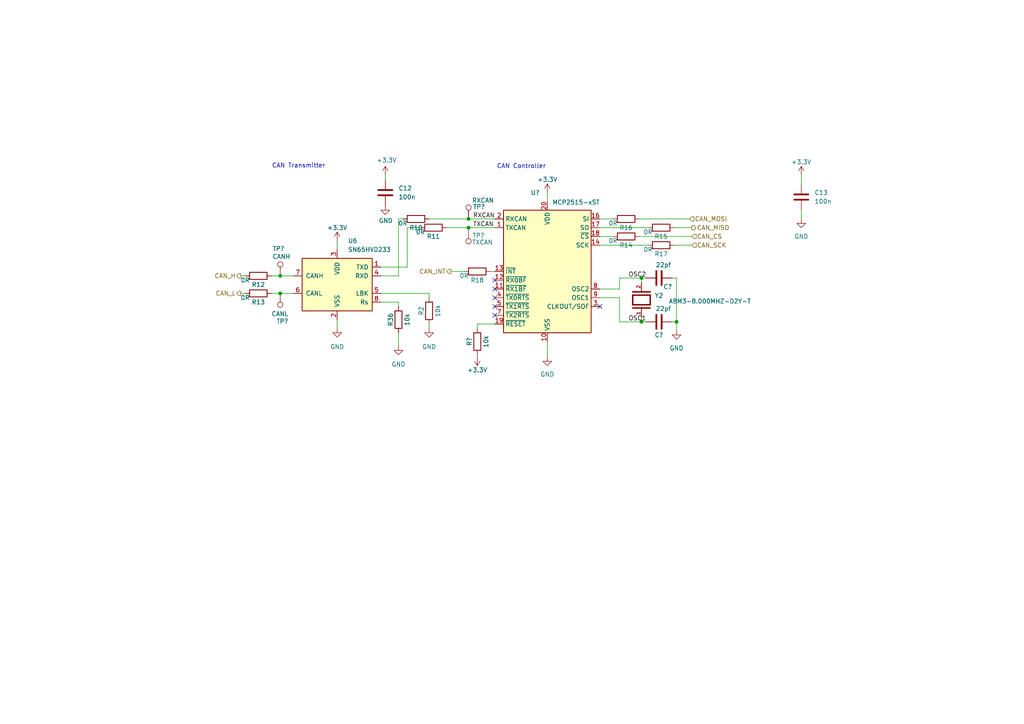
<source format=kicad_sch>
(kicad_sch (version 20250114) (generator "eeschema") (generator_version "9.0")
  (paper "A4")
  (title_block (title "Faceplate") (date "2024-02-04") (rev "V1.0") (company "The Bots"))
  (lib_symbols
    (symbol "Connector:TestPoint" (pin_numbers (hide yes)) (pin_names (offset 0.762) (hide yes))
      (property "Reference" "TP" (at 0 6.858 0))
      (property "Value" "TestPoint" (at 0 5.08 0))
      (symbol "TestPoint_0_1"
        (circle (center 0 3.302) (radius 0.762))
      )
      (symbol "TestPoint_1_1"
        (pin passive line (at 0 0 90) (length 2.54) (name "1") (number "1"))
      )
    )
    (symbol "bots:ABM3-8.000MHZ-D2Y-T" (pin_names (offset 1.016))
      (property "Reference" "Y" (at -5.0878 3.8159 0))
      (property "Value" "ABM3-8.000MHZ-D2Y-T" (at -5.0944 -5.0944 0))
      (symbol "ABM3-8.000MHZ-D2Y-T_0_0"
        (polyline (pts (xy -2.3368 2.54) (xy -2.3368 -2.54)) (stroke (width 0.4064)))
        (polyline (pts (xy -1.397 2.54) (xy -1.397 -2.54)) (stroke (width 0.4064)))
        (polyline (pts (xy -1.397 2.54) (xy 1.397 2.54)) (stroke (width 0.4064)))
        (polyline (pts (xy 1.397 2.54) (xy 1.397 -2.54)) (stroke (width 0.4064)))
        (polyline (pts (xy 1.397 -2.54) (xy -1.397 -2.54)) (stroke (width 0.4064)))
        (polyline (pts (xy 2.3368 2.54) (xy 2.3368 -2.54)) (stroke (width 0.4064)))
        (pin passive line (at -5.08 0 0) (length 2.54) (name "~") (number "1"))
        (pin passive line (at 5.08 0 180) (length 2.54) (name "~") (number "2"))
      )
    )
    (symbol "bots:C_0.1u" (pin_numbers (hide yes)) (pin_names (offset 0.254))
      (property "Reference" "C" (at 0.635 2.54 0))
      (property "Value" "0.1u" (at 0.635 -2.54 0))
      (symbol "C_0.1u_0_1"
        (polyline (pts (xy -2.032 0.762) (xy 2.032 0.762)) (stroke (width 0.508)))
        (polyline (pts (xy -2.032 -0.762) (xy 2.032 -0.762)) (stroke (width 0.508)))
      )
      (symbol "C_0.1u_1_1"
        (pin passive line (at 0 3.81 270) (length 2.794) (name "~") (number "1"))
        (pin passive line (at 0 -3.81 90) (length 2.794) (name "~") (number "2"))
      )
    )
    (symbol "bots:C_22p" (pin_numbers (hide yes)) (pin_names (offset 0.254))
      (property "Reference" "C" (at 0.635 2.54 0))
      (property "Value" "C_22p" (at 0.635 -2.54 0))
      (symbol "C_22p_0_1"
        (polyline (pts (xy -2.032 0.762) (xy 2.032 0.762)) (stroke (width 0.508)))
        (polyline (pts (xy -2.032 -0.762) (xy 2.032 -0.762)) (stroke (width 0.508)))
      )
      (symbol "C_22p_1_1"
        (pin passive line (at 0 3.81 270) (length 2.794) (name "~") (number "1"))
        (pin passive line (at 0 -3.81 90) (length 2.794) (name "~") (number "2"))
      )
    )
    (symbol "bots:MCP2515T-I/ST"
      (property "Reference" "U" (at -10.16 19.685 0))
      (property "Value" "MCP2515T-I/ST" (at 19.05 20.32 0))
      (symbol "MCP2515T-I/ST_0_1"
        (rectangle (start -12.7 17.78) (end 12.7 -17.78) (stroke (width 0.254)) (fill (type background)))
      )
      (symbol "MCP2515T-I/ST_1_1"
        (pin input line (at -15.24 15.24 0) (length 2.54) (name "SI") (number "16"))
        (pin output line (at -15.24 12.7 0) (length 2.54) (name "SO") (number "17"))
        (pin input line (at -15.24 10.16 0) (length 2.54) (name "~{CS}") (number "18"))
        (pin input line (at -15.24 7.62 0) (length 2.54) (name "SCK") (number "14"))
        (pin output line (at -15.24 -5.08 0) (length 2.54) (name "OSC2") (number "8"))
        (pin input line (at -15.24 -7.62 0) (length 2.54) (name "OSC1") (number "9"))
        (pin output line (at -15.24 -10.16 0) (length 2.54) (name "CLKOUT/SOF") (number "3"))
        (pin no_connect line (at -12.7 0 0) (length 2.54) (hide yes) (name "NC") (number "6"))
        (pin no_connect line (at -12.7 -2.54 0) (length 2.54) (hide yes) (name "NC") (number "15"))
        (pin power_in line (at 0 20.32 270) (length 2.54) (name "VDD") (number "20"))
        (pin power_in line (at 0 -20.32 90) (length 2.54) (name "VSS") (number "10"))
        (pin input line (at 15.24 15.24 180) (length 2.54) (name "RXCAN") (number "2"))
        (pin output line (at 15.24 12.7 180) (length 2.54) (name "TXCAN") (number "1"))
        (pin output line (at 15.24 0 180) (length 2.54) (name "~{INT}") (number "13"))
        (pin output line (at 15.24 -2.54 180) (length 2.54) (name "~{RX0BF}") (number "12"))
        (pin output line (at 15.24 -5.08 180) (length 2.54) (name "~{RX1BF}") (number "11"))
        (pin input line (at 15.24 -7.62 180) (length 2.54) (name "~{TX0RTS}") (number "4"))
        (pin input line (at 15.24 -10.16 180) (length 2.54) (name "~{TX1RTS}") (number "5"))
        (pin input line (at 15.24 -12.7 180) (length 2.54) (name "~{TX2RTS}") (number "7"))
        (pin input line (at 15.24 -15.24 180) (length 2.54) (name "~{RESET}") (number "19"))
      )
    )
    (symbol "bots:R_0R" (pin_numbers (hide yes)) (pin_names (offset 0))
      (property "Reference" "R" (at 2.032 0 90))
      (property "Value" "0R" (at 0 0 90))
      (symbol "R_0R_0_1"
        (rectangle (start -1.016 -2.54) (end 1.016 2.54) (stroke (width 0.254)))
      )
      (symbol "R_0R_1_1"
        (pin passive line (at 0 3.81 270) (length 1.27) (name "~") (number "1"))
        (pin passive line (at 0 -3.81 90) (length 1.27) (name "~") (number "2"))
      )
    )
    (symbol "bots:R_10k" (pin_numbers (hide yes)) (pin_names (offset 0))
      (property "Reference" "R" (at 2.032 0 90))
      (property "Value" "R_10k" (at 0 0 90))
      (symbol "R_10k_0_1"
        (rectangle (start -1.016 -2.54) (end 1.016 2.54) (stroke (width 0.254)))
      )
      (symbol "R_10k_1_1"
        (pin passive line (at 0 3.81 270) (length 1.27) (name "~") (number "1"))
        (pin passive line (at 0 -3.81 90) (length 1.27) (name "~") (number "2"))
      )
    )
    (symbol "bots:SN65HVD233" (pin_names (offset 1.016))
      (property "Reference" "U" (at -10.16 8.89 0))
      (property "Value" "SN65HVD233" (at 2.54 8.89 0))
      (symbol "SN65HVD233_0_1"
        (rectangle (start -10.16 7.62) (end 10.16 -7.62) (stroke (width 0.254)) (fill (type background)))
      )
      (symbol "SN65HVD233_1_1"
        (pin input line (at -12.7 5.08 0) (length 2.54) (name "TXD") (number "1"))
        (pin output line (at -12.7 2.54 0) (length 2.54) (name "RXD") (number "4"))
        (pin power_out line (at -12.7 -2.54 0) (length 2.54) (name "LBK") (number "5"))
        (pin input line (at -12.7 -5.08 0) (length 2.54) (name "Rs") (number "8"))
        (pin power_in line (at 0 10.16 270) (length 2.54) (name "VDD") (number "3"))
        (pin power_in line (at 0 -10.16 90) (length 2.54) (name "VSS") (number "2"))
        (pin bidirectional line (at 12.7 2.54 180) (length 2.54) (name "CANH") (number "7"))
        (pin bidirectional line (at 12.7 -2.54 180) (length 2.54) (name "CANL") (number "6"))
      )
    )
    (symbol "power:+3.3V" (power) (pin_names (offset 0))
      (property "Value" "+3.3V" (at 0 3.556 0))
      (symbol "+3.3V_0_1"
        (polyline (pts (xy -0.762 1.27) (xy 0 2.54)))
        (polyline (pts (xy 0 2.54) (xy 0.762 1.27)))
        (polyline (pts (xy 0 0) (xy 0 2.54)))
      )
      (symbol "+3.3V_1_1"
        (pin power_in line (at 0 0 90) (length 0) (hide yes) (name "+3.3V") (number "1"))
      )
    )
    (symbol "power:GND" (power) (pin_names (offset 0))
      (property "Value" "GND" (at 0 -3.81 0))
      (symbol "GND_0_1"
        (polyline (pts (xy 0 0) (xy 0 -1.27) (xy 1.27 -1.27) (xy 0 -2.54) (xy -1.27 -1.27) (xy 0 -1.27)))
      )
      (symbol "GND_1_1"
        (pin power_in line (at 0 0 270) (length 0) (hide yes) (name "GND") (number "1"))
      )
    )
  )
  (text "CAN Transmitter\n" (at 78.8416 48.9204 0) (effects (font (size 1.27 1.27)) (justify left bottom)))
  (text "CAN Controller\n" (at 144.0688 49.0728 0) (effects (font (size 1.27 1.27)) (justify left bottom)))
  (junction (at 186.055 80.645))
  (junction (at 81.28 80.01))
  (junction (at 135.89 63.5))
  (junction (at 186.055 93.345))
  (junction (at 81.28 85.09))
  (junction (at 135.89 66.04))
  (junction (at 196.215 93.345))
  (no_connect (at 143.51 83.82))
  (no_connect (at 143.51 91.44))
  (no_connect (at 143.51 81.28))
  (no_connect (at 143.51 86.36))
  (no_connect (at 173.99 88.9))
  (no_connect (at 143.51 88.9))
  (wire (pts (xy 179.705 83.82) (xy 173.99 83.82)))
  (wire (pts (xy 138.43 93.98) (xy 138.43 95.25)))
  (wire (pts (xy 232.41 50.8) (xy 232.41 53.34)))
  (wire (pts (xy 158.75 99.06) (xy 158.75 103.505)))
  (wire (pts (xy 81.28 85.09) (xy 85.09 85.09)))
  (wire (pts (xy 81.28 80.01) (xy 85.09 80.01)))
  (wire (pts (xy 135.89 66.04) (xy 143.51 66.04)))
  (wire (pts (xy 195.58 66.04) (xy 200.66 66.04)))
  (wire (pts (xy 97.79 92.71) (xy 97.79 95.25)))
  (wire (pts (xy 129.54 66.04) (xy 135.89 66.04)))
  (wire (pts (xy 173.99 71.12) (xy 187.96 71.12)))
  (wire (pts (xy 143.51 93.98) (xy 138.43 93.98)))
  (wire (pts (xy 110.49 87.63) (xy 115.57 87.63)))
  (wire (pts (xy 138.43 103.505) (xy 138.43 102.87)))
  (wire (pts (xy 179.705 80.645) (xy 186.055 80.645)))
  (wire (pts (xy 173.99 86.36) (xy 179.705 86.36)))
  (wire (pts (xy 186.055 92.075) (xy 186.055 93.345)))
  (wire (pts (xy 196.215 95.885) (xy 196.215 93.345)))
  (wire (pts (xy 173.99 68.58) (xy 177.8 68.58)))
  (wire (pts (xy 124.46 63.5) (xy 135.89 63.5)))
  (wire (pts (xy 196.215 80.645) (xy 196.215 93.345)))
  (wire (pts (xy 186.055 80.645) (xy 187.325 80.645)))
  (wire (pts (xy 195.58 71.12) (xy 200.66 71.12)))
  (wire (pts (xy 110.49 77.47) (xy 118.11 77.47)))
  (wire (pts (xy 142.24 78.74) (xy 143.51 78.74)))
  (wire (pts (xy 110.49 80.01) (xy 115.57 80.01)))
  (wire (pts (xy 158.75 55.88) (xy 158.75 58.42)))
  (wire (pts (xy 179.705 86.36) (xy 179.705 93.345)))
  (wire (pts (xy 78.74 85.09) (xy 81.28 85.09)))
  (wire (pts (xy 130.81 78.74) (xy 134.62 78.74)))
  (wire (pts (xy 71.12 85.09) (xy 69.85 85.09)))
  (wire (pts (xy 185.42 68.58) (xy 200.66 68.58)))
  (wire (pts (xy 78.74 80.01) (xy 81.28 80.01)))
  (wire (pts (xy 135.89 63.5) (xy 143.51 63.5)))
  (wire (pts (xy 185.42 63.5) (xy 200.025 63.5)))
  (wire (pts (xy 173.99 66.04) (xy 187.96 66.04)))
  (wire (pts (xy 97.79 69.85) (xy 97.79 72.39)))
  (wire (pts (xy 232.41 60.96) (xy 232.41 63.5)))
  (wire (pts (xy 110.49 85.09) (xy 124.46 85.09)))
  (wire (pts (xy 135.89 66.675) (xy 135.89 66.04)))
  (wire (pts (xy 71.12 80.01) (xy 69.85 80.01)))
  (wire (pts (xy 111.76 50.8) (xy 111.76 52.07)))
  (wire (pts (xy 118.11 66.04) (xy 121.92 66.04)))
  (wire (pts (xy 124.46 93.98) (xy 124.46 95.25)))
  (wire (pts (xy 115.57 63.5) (xy 116.84 63.5)))
  (wire (pts (xy 186.055 93.345) (xy 187.325 93.345)))
  (wire (pts (xy 115.57 96.52) (xy 115.57 100.33)))
  (wire (pts (xy 118.11 77.47) (xy 118.11 66.04)))
  (wire (pts (xy 186.055 81.915) (xy 186.055 80.645)))
  (wire (pts (xy 115.57 88.9) (xy 115.57 87.63)))
  (wire (pts (xy 173.99 63.5) (xy 177.8 63.5)))
  (wire (pts (xy 179.705 80.645) (xy 179.705 83.82)))
  (wire (pts (xy 124.46 85.09) (xy 124.46 86.36)))
  (wire (pts (xy 115.57 63.5) (xy 115.57 80.01)))
  (wire (pts (xy 194.945 80.645) (xy 196.215 80.645)))
  (wire (pts (xy 194.945 93.345) (xy 196.215 93.345)))
  (wire (pts (xy 179.705 93.345) (xy 186.055 93.345)))
  (label "RXCAN" (at 137.16 63.5 0))
  (label "TXCAN" (at 137.16 66.04 0))
  (label "OSC1" (at 182.245 93.345 0))
  (label "OSC2" (at 182.245 80.645 0))
  (hierarchical_label "CAN_MOSI" (shape input) (at 200.025 63.5 0))
  (hierarchical_label "CAN_SCK" (shape input) (at 200.66 71.12 0))
  (hierarchical_label "CAN_L" (shape output) (at 69.85 85.09 180))
  (hierarchical_label "CAN_INT" (shape output) (at 130.81 78.74 180))
  (hierarchical_label "CAN_H" (shape output) (at 69.85 80.01 180))
  (hierarchical_label "CAN_CS" (shape input) (at 200.66 68.58 0))
  (hierarchical_label "CAN_MISO" (shape output) (at 200.66 66.04 0))
  (symbol (lib_id "power:+3.3V") (at 158.75 55.88 0) (mirror y) (unit 1)
    (property "Reference" "#PWR030" (effects (hide yes)))
    (property "Value" "+3.3V" (at 158.75 52.07 0))
    (instances (project "POWER_BOARD" (path "" (reference "#PWR?") (unit 1)) (path "" (reference "#PWR?") (unit 1)) (path "" (reference "#PWR?") (unit 1))) (project "FacePlate" (path "" (reference "#PWR030") (unit 1))))
  )
  (symbol (lib_id "bots:R_0R") (at 191.77 71.12 90) (unit 1)
    (property "Reference" "R17" (at 191.77 73.66 90))
    (property "Value" "0R" (at 187.96 72.39 90))
    (property "Footprint" "bots:R_0603_1608Metric" (effects (hide yes)))
    (property "Description" "Resistor" (effects (hide yes)))
    (property "LCSC" "C21189" (effects (hide yes)))
    (property "MPN" "0603WAF0000T5E" (effects (hide yes)))
    (property "Manufacturer" "UNI-ROYAL(Uniroyal Elec)" (effects (hide yes)))
    (property "Price" "0.001" (effects (hide yes)))
    (property "JLC" "0603" (effects (hide yes)))
    (property "JLC Extended" "no" (effects (hide yes)))
  )
  (symbol (lib_id "bots:C_22p") (at 191.135 93.345 90) (unit 1)
    (property "Reference" "C19" (at 191.135 97.155 90))
    (property "Value" "22pf" (at 192.405 89.535 90))
    (property "Footprint" "Capacitor_SMD:C_0603_1608Metric" (effects (hide yes)))
    (property "MPN" "CL10C220JB8NNNC" (effects (hide yes)))
    (property "Manufacturer" "Samsung Electro-Mechanics" (effects (hide yes)))
    (property "Price" "0.0052" (effects (hide yes)))
    (property "JLC" "0603" (effects (hide yes)))
    (property "LCSC" "C1653" (effects (hide yes)))
    (property "JLC Extended" "no" (effects (hide yes)))
    (instances (project "POWER_BOARD" (path "" (reference "C?") (unit 1)) (path "" (reference "C31") (unit 1)) (path "" (reference "C38") (unit 1))) (project "FacePlate" (path "" (reference "C19") (unit 1))))
  )
  (symbol (lib_id "power:+3.3V") (at 232.41 50.8 0) (mirror y) (unit 1)
    (property "Reference" "#PWR029" (effects (hide yes)))
    (property "Value" "+3.3V" (at 232.41 46.99 0))
    (instances (project "POWER_BOARD" (path "" (reference "#PWR?") (unit 1)) (path "" (reference "#PWR?") (unit 1)) (path "" (reference "#PWR?") (unit 1))) (project "FacePlate" (path "" (reference "#PWR029") (unit 1))))
  )
  (symbol (lib_id "bots:R_0R") (at 181.61 63.5 90) (unit 1)
    (property "Reference" "R16" (at 181.61 66.04 90))
    (property "Value" "0R" (at 177.8 64.77 90))
    (property "Footprint" "bots:R_0603_1608Metric" (effects (hide yes)))
    (property "Description" "Resistor" (effects (hide yes)))
    (property "LCSC" "C21189" (effects (hide yes)))
    (property "MPN" "0603WAF0000T5E" (effects (hide yes)))
    (property "Manufacturer" "UNI-ROYAL(Uniroyal Elec)" (effects (hide yes)))
    (property "Price" "0.001" (effects (hide yes)))
    (property "JLC" "0603" (effects (hide yes)))
    (property "JLC Extended" "no" (effects (hide yes)))
  )
  (symbol (lib_id "bots:R_0R") (at 74.93 85.09 90) (unit 1)
    (property "Reference" "R13" (at 74.93 87.63 90))
    (property "Value" "0R" (at 71.12 86.36 90))
    (property "Footprint" "bots:R_0603_1608Metric" (effects (hide yes)))
    (property "Description" "Resistor" (effects (hide yes)))
    (property "LCSC" "C21189" (effects (hide yes)))
    (property "MPN" "0603WAF0000T5E" (effects (hide yes)))
    (property "Manufacturer" "UNI-ROYAL(Uniroyal Elec)" (effects (hide yes)))
    (property "Price" "0.001" (effects (hide yes)))
    (property "JLC" "0603" (effects (hide yes)))
    (property "JLC Extended" "no" (effects (hide yes)))
  )
  (symbol (lib_id "bots:R_10k") (at 138.43 99.06 0) (mirror x) (unit 1)
    (property "Reference" "R3" (at 136.144 99.06 90))
    (property "Value" "10k" (at 140.97 99.06 90))
    (property "Footprint" "bots:R_0603_1608Metric" (effects (hide yes)))
    (property "Description" "Resistor" (effects (hide yes)))
    (property "LCSC" "C25804" (effects (hide yes)))
    (property "MPN" "0603WAF1002T5E" (effects (hide yes)))
    (property "Manufacturer" "UNI-ROYAL(Uniroyal Elec)" (effects (hide yes)))
    (property "Price" "0.0008" (effects (hide yes)))
    (property "JLC" "0603" (effects (hide yes)))
    (property "JLC Extended" "no" (effects (hide yes)))
    (instances (project "POWER_BOARD" (path "" (reference "R?") (unit 1)) (path "" (reference "R?") (unit 1)) (path "" (reference "R?") (unit 1))) (project "FacePlate" (path "" (reference "R3") (unit 1))))
  )
  (symbol (lib_id "bots:SN65HVD233") (at 97.79 82.55 0) (mirror y) (unit 1)
    (property "Reference" "U6" (at 100.9081 69.85 0) (effects (justify right)))
    (property "Value" "SN65HVD233" (at 100.9081 72.39 0) (effects (justify right)))
    (property "Footprint" "bots:SOIC-8_3.9x4.9mm_P1.27mm" (effects (hide yes)))
    (property "Datasheet" "http://ww1.microchip.com/downloads/en/devicedoc/21667d.pdf" (effects (hide yes)))
    (property "Description" "High-Speed CAN Transceiver, 1Mbps, 3.3V supply, SOIC-8" (effects (hide yes)))
    (property "MPN" "SN65HVD233" (effects (hide yes)))
    (property "Manufacturer" "Microchip" (effects (hide yes)))
    (property "Price" "2.12" (effects (hide yes)))
    (property "JLC" "8-SOIC" (effects (hide yes)))
    (property "LCSC" "C61643" (effects (hide yes)))
  )
  (symbol (lib_id "bots:C_0.1u") (at 111.76 55.88 0) (unit 1)
    (property "Reference" "C12" (at 115.57 54.61 0) (effects (justify left)))
    (property "Value" "100n" (at 115.57 57.15 0) (effects (justify left)))
    (property "Footprint" "bots:C_0402_1005Metric" (effects (hide yes)))
    (property "LCSC" "C307331" (effects (hide yes)))
  )
  (symbol (lib_id "Connector:TestPoint") (at 81.28 85.09 180) (unit 1)
    (property "Reference" "TP12" (at 83.6676 93.1672 0) (effects (justify left)))
    (property "Value" "CANL" (at 83.6676 91.0336 0) (effects (justify left)))
    (property "Footprint" "TestPoint:TestPoint_Pad_D1.0mm" (effects (hide yes)))
    (instances (project "POWER_BOARD" (path "" (reference "TP?") (unit 1)) (path "" (reference "TP?") (unit 1)) (path "" (reference "TP?") (unit 1))) (project "FacePlate" (path "" (reference "TP12") (unit 1))))
  )
  (symbol (lib_id "Connector:TestPoint") (at 135.89 66.675 180) (unit 1)
    (property "Reference" "TP10" (at 140.5636 68.3006 0) (effects (justify left)))
    (property "Value" "TXCAN" (at 142.9512 70.2818 0) (effects (justify left)))
    (property "Footprint" "TestPoint:TestPoint_Pad_D1.0mm" (effects (hide yes)))
    (instances (project "POWER_BOARD" (path "" (reference "TP?") (unit 1)) (path "" (reference "TP?") (unit 1)) (path "" (reference "TP?") (unit 1))) (project "FacePlate" (path "" (reference "TP10") (unit 1))))
  )
  (symbol (lib_id "bots:C_22p") (at 191.135 80.645 90) (unit 1)
    (property "Reference" "C18" (at 193.675 83.185 90))
    (property "Value" "22pf" (at 192.405 76.835 90))
    (property "Footprint" "Capacitor_SMD:C_0603_1608Metric" (effects (hide yes)))
    (property "MPN" "CL10C220JB8NNNC" (effects (hide yes)))
    (property "Manufacturer" "Samsung Electro-Mechanics" (effects (hide yes)))
    (property "Price" "0.0052" (effects (hide yes)))
    (property "JLC" "0603" (effects (hide yes)))
    (property "LCSC" "C1653" (effects (hide yes)))
    (property "JLC Extended" "no" (effects (hide yes)))
    (instances (project "POWER_BOARD" (path "" (reference "C?") (unit 1)) (path "" (reference "C30") (unit 1)) (path "" (reference "C37") (unit 1))) (project "FacePlate" (path "" (reference "C18") (unit 1))))
  )
  (symbol (lib_id "power:+3.3V") (at 97.79 69.85 0) (mirror y) (unit 1)
    (property "Reference" "#PWR033" (effects (hide yes)))
    (property "Value" "+3.3V" (at 97.79 66.04 0))
    (instances (project "POWER_BOARD" (path "" (reference "#PWR?") (unit 1)) (path "" (reference "#PWR?") (unit 1)) (path "" (reference "#PWR?") (unit 1))) (project "FacePlate" (path "" (reference "#PWR033") (unit 1))))
  )
  (symbol (lib_id "power:GND") (at 232.41 63.5 0) (unit 1)
    (property "Reference" "#PWR032" (effects (hide yes)))
    (property "Value" "GND" (at 232.41 68.58 0))
    (instances (project "POWER_BOARD" (path "" (reference "#PWR?") (unit 1)) (path "" (reference "#PWR?") (unit 1)) (path "" (reference "#PWR?") (unit 1))) (project "FacePlate" (path "" (reference "#PWR032") (unit 1))))
  )
  (symbol (lib_id "Connector:TestPoint") (at 135.89 63.5 0) (mirror y) (unit 1)
    (property "Reference" "TP9" (at 140.716 59.9948 0) (effects (justify left)))
    (property "Value" "RXCAN" (at 143.256 58.1152 0) (effects (justify left)))
    (property "Footprint" "TestPoint:TestPoint_Pad_D1.0mm" (effects (hide yes)))
    (instances (project "POWER_BOARD" (path "" (reference "TP?") (unit 1)) (path "" (reference "TP?") (unit 1)) (path "" (reference "TP?") (unit 1))) (project "FacePlate" (path "" (reference "TP9") (unit 1))))
  )
  (symbol (lib_id "bots:R_0R") (at 125.73 66.04 90) (unit 1)
    (property "Reference" "R11" (at 125.73 68.58 90))
    (property "Value" "0R" (at 121.92 67.31 90))
    (property "Footprint" "bots:R_0603_1608Metric" (effects (hide yes)))
    (property "Description" "Resistor" (effects (hide yes)))
    (property "LCSC" "C21189" (effects (hide yes)))
    (property "MPN" "0603WAF0000T5E" (effects (hide yes)))
    (property "Manufacturer" "UNI-ROYAL(Uniroyal Elec)" (effects (hide yes)))
    (property "Price" "0.001" (effects (hide yes)))
    (property "JLC" "0603" (effects (hide yes)))
    (property "JLC Extended" "no" (effects (hide yes)))
  )
  (symbol (lib_id "power:GND") (at 111.76 59.69 0) (unit 1)
    (property "Reference" "#PWR031" (effects (hide yes)))
    (property "Value" "GND" (at 111.8743 64.0144 0))
  )
  (symbol (lib_id "power:GND") (at 196.215 95.885 0) (unit 1)
    (property "Reference" "#PWR03" (effects (hide yes)))
    (property "Value" "GND" (at 196.215 100.965 0))
    (instances (project "POWER_BOARD" (path "" (reference "#PWR?") (unit 1)) (path "" (reference "#PWR036") (unit 1)) (path "" (reference "#PWR084") (unit 1))) (project "FacePlate" (path "" (reference "#PWR03") (unit 1))))
  )
  (symbol (lib_id "power:+3.3V") (at 138.43 103.505 0) (mirror x) (unit 1)
    (property "Reference" "#PWR038" (effects (hide yes)))
    (property "Value" "+3.3V" (at 138.43 107.315 0))
    (instances (project "POWER_BOARD" (path "" (reference "#PWR?") (unit 1)) (path "" (reference "#PWR?") (unit 1)) (path "" (reference "#PWR?") (unit 1))) (project "FacePlate" (path "" (reference "#PWR038") (unit 1))))
  )
  (symbol (lib_id "bots:C_0.1u") (at 232.41 57.15 0) (unit 1)
    (property "Reference" "C13" (at 236.22 55.88 0) (effects (justify left)))
    (property "Value" "100n" (at 236.22 58.42 0) (effects (justify left)))
    (property "Footprint" "bots:C_0402_1005Metric" (effects (hide yes)))
    (property "LCSC" "C307331" (effects (hide yes)))
  )
  (symbol (lib_id "bots:R_10k") (at 115.57 92.71 0) (mirror x) (unit 1)
    (property "Reference" "R36" (at 113.284 92.71 90))
    (property "Value" "10k" (at 118.11 92.71 90))
    (property "Footprint" "bots:R_0603_1608Metric" (effects (hide yes)))
    (property "Description" "Resistor" (effects (hide yes)))
    (property "LCSC" "C25804" (effects (hide yes)))
    (property "MPN" "0603WAF1002T5E" (effects (hide yes)))
    (property "Manufacturer" "UNI-ROYAL(Uniroyal Elec)" (effects (hide yes)))
    (property "Price" "0.0008" (effects (hide yes)))
    (property "JLC" "0603" (effects (hide yes)))
    (property "JLC Extended" "no" (effects (hide yes)))
  )
  (symbol (lib_id "bots:R_0R") (at 120.65 63.5 90) (unit 1)
    (property "Reference" "R10" (at 120.65 66.04 90))
    (property "Value" "0R" (at 116.84 64.77 90))
    (property "Footprint" "bots:R_0603_1608Metric" (effects (hide yes)))
    (property "Description" "Resistor" (effects (hide yes)))
    (property "LCSC" "C21189" (effects (hide yes)))
    (property "MPN" "0603WAF0000T5E" (effects (hide yes)))
    (property "Manufacturer" "UNI-ROYAL(Uniroyal Elec)" (effects (hide yes)))
    (property "Price" "0.001" (effects (hide yes)))
    (property "JLC" "0603" (effects (hide yes)))
    (property "JLC Extended" "no" (effects (hide yes)))
  )
  (symbol (lib_id "bots:R_10k") (at 124.46 90.17 0) (mirror x) (unit 1)
    (property "Reference" "R2" (at 122.174 90.17 90))
    (property "Value" "10k" (at 127 90.17 90))
    (property "Footprint" "bots:R_0603_1608Metric" (effects (hide yes)))
    (property "Description" "Resistor" (effects (hide yes)))
    (property "LCSC" "C25804" (effects (hide yes)))
    (property "MPN" "0603WAF1002T5E" (effects (hide yes)))
    (property "Manufacturer" "UNI-ROYAL(Uniroyal Elec)" (effects (hide yes)))
    (property "Price" "0.0008" (effects (hide yes)))
    (property "JLC" "0603" (effects (hide yes)))
    (property "JLC Extended" "no" (effects (hide yes)))
  )
  (symbol (lib_id "Connector:TestPoint") (at 81.28 80.01 0) (unit 1)
    (property "Reference" "TP11" (at 78.994 72.136 0) (effects (justify left)))
    (property "Value" "CANH" (at 78.994 74.422 0) (effects (justify left)))
    (property "Footprint" "TestPoint:TestPoint_Pad_D1.0mm" (effects (hide yes)))
    (instances (project "POWER_BOARD" (path "" (reference "TP?") (unit 1)) (path "" (reference "TP?") (unit 1)) (path "" (reference "TP?") (unit 1))) (project "FacePlate" (path "" (reference "TP11") (unit 1))))
  )
  (symbol (lib_id "power:GND") (at 115.57 100.33 0) (unit 1)
    (property "Reference" "#PWR046" (effects (hide yes)))
    (property "Value" "GND" (at 115.57 105.664 0))
  )
  (symbol (lib_id "power:+3.3V") (at 111.76 50.8 0) (unit 1)
    (property "Reference" "#PWR028" (effects (hide yes)))
    (property "Value" "+3.3V" (at 112.1283 46.4756 0))
  )
  (symbol (lib_id "bots:ABM3-8.000MHZ-D2Y-T") (at 186.055 86.995 90) (unit 1)
    (property "Reference" "Y2" (at 189.865 85.725 90) (effects (justify right)))
    (property "Value" "ABM3-8.000MHZ-D2Y-T" (at 193.929 87.376 90) (effects (justify right)))
    (property "Footprint" "bots:ABM3" (effects (hide yes)))
    (property "MPN" "ABM3-8.000MHZ-D2Y-T" (effects (hide yes)))
    (property "Price" "0.2279" (effects (hide yes)))
    (property "JLC" "SMD5032-2P" (effects (hide yes)))
    (property "LCSC" "C144380" (effects (hide yes)))
    (property "MANUFACTURER" "Cardinal Components" (effects (hide yes)))
    (property "Manufacturer" "Cardinal Components" (effects (hide yes)))
    (property "JLC Extended" "yes" (effects (hide yes)))
  )
  (symbol (lib_id "power:GND") (at 124.46 95.25 0) (unit 1)
    (property "Reference" "#PWR037" (effects (hide yes)))
    (property "Value" "GND" (at 124.46 100.584 0))
  )
  (symbol (lib_id "bots:MCP2515T-I/ST") (at 158.75 78.74 0) (mirror y) (unit 1)
    (property "Reference" "U5" (at 156.5559 55.88 0) (effects (justify left)))
    (property "Value" "MCP2515-xST" (at 173.99 58.674 0) (effects (justify left)))
    (property "Footprint" "bots:TSSOP-20_4.4x6.5mm_P0.65mm" (effects (hide yes)))
    (property "Datasheet" "http://ww1.microchip.com/downloads/en/DeviceDoc/21801e.pdf" (effects (hide yes)))
    (property "Description" "Stand-Alone CAN Controller with SPI Interface, TSSOP-20" (effects (hide yes)))
    (property "LCSC" "C185941" (effects (hide yes)))
    (property "MPN" "MCP2515T-I/ST" (effects (hide yes)))
    (property "Manufacturer" "Microchip" (effects (hide yes)))
    (property "Price" "1.2541" (effects (hide yes)))
    (property "JLC" "TSSOP-20" (effects (hide yes)))
    (property "JLC Extended" "yes" (effects (hide yes)))
    (instances (project "POWER_BOARD" (path "" (reference "U?") (unit 1)) (path "" (reference "U?") (unit 1))) (project "FacePlate" (path "" (reference "U5") (unit 1))))
  )
  (symbol (lib_id "power:GND") (at 158.75 103.505 0) (unit 1)
    (property "Reference" "#PWR039" (effects (hide yes)))
    (property "Value" "GND" (at 158.75 108.585 0))
    (instances (project "POWER_BOARD" (path "" (reference "#PWR?") (unit 1)) (path "" (reference "#PWR?") (unit 1)) (path "" (reference "#PWR?") (unit 1))) (project "FacePlate" (path "" (reference "#PWR039") (unit 1))))
  )
  (symbol (lib_id "bots:R_0R") (at 191.77 66.04 90) (unit 1)
    (property "Reference" "R15" (at 191.77 68.58 90))
    (property "Value" "0R" (at 187.96 67.31 90))
    (property "Footprint" "bots:R_0603_1608Metric" (effects (hide yes)))
    (property "Description" "Resistor" (effects (hide yes)))
    (property "LCSC" "C21189" (effects (hide yes)))
    (property "MPN" "0603WAF0000T5E" (effects (hide yes)))
    (property "Manufacturer" "UNI-ROYAL(Uniroyal Elec)" (effects (hide yes)))
    (property "Price" "0.001" (effects (hide yes)))
    (property "JLC" "0603" (effects (hide yes)))
    (property "JLC Extended" "no" (effects (hide yes)))
  )
  (symbol (lib_id "power:GND") (at 97.79 95.25 0) (unit 1)
    (property "Reference" "#PWR036" (effects (hide yes)))
    (property "Value" "GND" (at 97.79 100.584 0))
  )
  (symbol (lib_id "bots:R_0R") (at 138.43 78.74 90) (unit 1)
    (property "Reference" "R18" (at 138.43 81.28 90))
    (property "Value" "0R" (at 134.62 80.01 90))
    (property "Footprint" "bots:R_0603_1608Metric" (effects (hide yes)))
    (property "Description" "Resistor" (effects (hide yes)))
    (property "LCSC" "C21189" (effects (hide yes)))
    (property "MPN" "0603WAF0000T5E" (effects (hide yes)))
    (property "Manufacturer" "UNI-ROYAL(Uniroyal Elec)" (effects (hide yes)))
    (property "Price" "0.001" (effects (hide yes)))
    (property "JLC" "0603" (effects (hide yes)))
    (property "JLC Extended" "no" (effects (hide yes)))
  )
  (symbol (lib_id "bots:R_0R") (at 74.93 80.01 90) (unit 1)
    (property "Reference" "R12" (at 74.93 82.55 90))
    (property "Value" "0R" (at 71.12 81.28 90))
    (property "Footprint" "bots:R_0603_1608Metric" (effects (hide yes)))
    (property "Description" "Resistor" (effects (hide yes)))
    (property "LCSC" "C21189" (effects (hide yes)))
    (property "MPN" "0603WAF0000T5E" (effects (hide yes)))
    (property "Manufacturer" "UNI-ROYAL(Uniroyal Elec)" (effects (hide yes)))
    (property "Price" "0.001" (effects (hide yes)))
    (property "JLC" "0603" (effects (hide yes)))
    (property "JLC Extended" "no" (effects (hide yes)))
  )
  (symbol (lib_id "bots:R_0R") (at 181.61 68.58 90) (unit 1)
    (property "Reference" "R14" (at 181.61 71.12 90))
    (property "Value" "0R" (at 177.8 69.85 90))
    (property "Footprint" "bots:R_0603_1608Metric" (effects (hide yes)))
    (property "Description" "Resistor" (effects (hide yes)))
    (property "LCSC" "C21189" (effects (hide yes)))
    (property "MPN" "0603WAF0000T5E" (effects (hide yes)))
    (property "Manufacturer" "UNI-ROYAL(Uniroyal Elec)" (effects (hide yes)))
    (property "Price" "0.001" (effects (hide yes)))
    (property "JLC" "0603" (effects (hide yes)))
    (property "JLC Extended" "no" (effects (hide yes)))
  )
)
</source>
